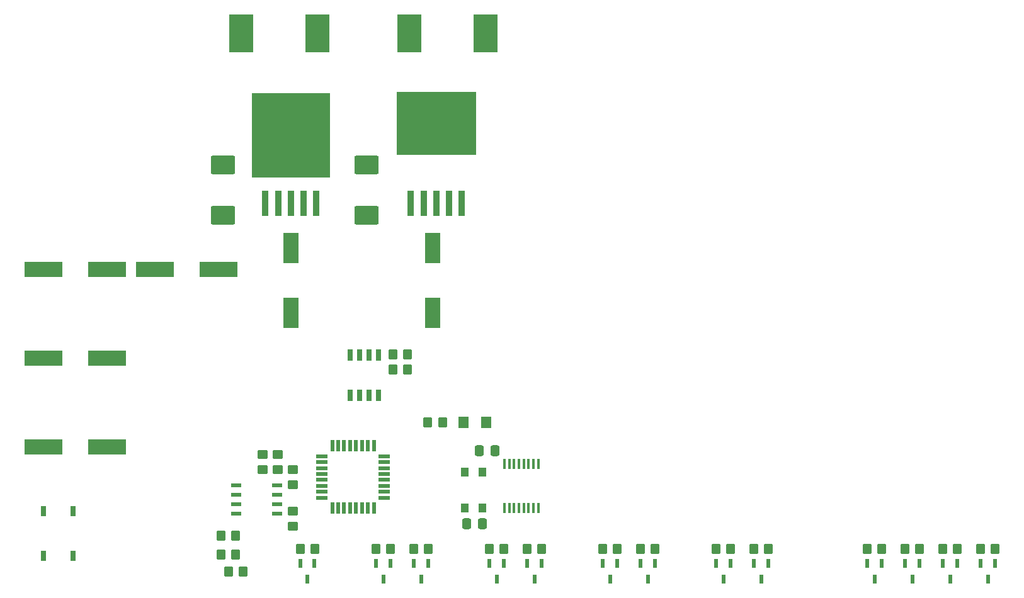
<source format=gtp>
%TF.GenerationSoftware,KiCad,Pcbnew,7.0.6*%
%TF.CreationDate,2025-01-03T16:41:25+10:30*%
%TF.ProjectId,Security Panel Mainboard,53656375-7269-4747-9920-50616e656c20,rev?*%
%TF.SameCoordinates,Original*%
%TF.FileFunction,Paste,Top*%
%TF.FilePolarity,Positive*%
%FSLAX46Y46*%
G04 Gerber Fmt 4.6, Leading zero omitted, Abs format (unit mm)*
G04 Created by KiCad (PCBNEW 7.0.6) date 2025-01-03 16:41:25*
%MOMM*%
%LPD*%
G01*
G04 APERTURE LIST*
G04 Aperture macros list*
%AMRoundRect*
0 Rectangle with rounded corners*
0 $1 Rounding radius*
0 $2 $3 $4 $5 $6 $7 $8 $9 X,Y pos of 4 corners*
0 Add a 4 corners polygon primitive as box body*
4,1,4,$2,$3,$4,$5,$6,$7,$8,$9,$2,$3,0*
0 Add four circle primitives for the rounded corners*
1,1,$1+$1,$2,$3*
1,1,$1+$1,$4,$5*
1,1,$1+$1,$6,$7*
1,1,$1+$1,$8,$9*
0 Add four rect primitives between the rounded corners*
20,1,$1+$1,$2,$3,$4,$5,0*
20,1,$1+$1,$4,$5,$6,$7,0*
20,1,$1+$1,$6,$7,$8,$9,0*
20,1,$1+$1,$8,$9,$2,$3,0*%
G04 Aperture macros list end*
%ADD10R,0.650000X1.525000*%
%ADD11RoundRect,0.250000X0.450000X-0.350000X0.450000X0.350000X-0.450000X0.350000X-0.450000X-0.350000X0*%
%ADD12R,0.600000X1.300000*%
%ADD13RoundRect,0.250000X-0.350000X-0.450000X0.350000X-0.450000X0.350000X0.450000X-0.350000X0.450000X0*%
%ADD14R,1.092200X1.193800*%
%ADD15RoundRect,0.250000X0.350000X0.450000X-0.350000X0.450000X-0.350000X-0.450000X0.350000X-0.450000X0*%
%ADD16RoundRect,0.250000X-0.450000X0.350000X-0.450000X-0.350000X0.450000X-0.350000X0.450000X0.350000X0*%
%ADD17R,5.100000X2.150000*%
%ADD18R,1.400000X1.500000*%
%ADD19R,1.454899X0.532600*%
%ADD20R,3.300000X5.050000*%
%ADD21R,0.550000X1.500000*%
%ADD22R,1.500000X0.550000*%
%ADD23RoundRect,0.250000X-1.400000X-1.000000X1.400000X-1.000000X1.400000X1.000000X-1.400000X1.000000X0*%
%ADD24R,2.000000X4.100000*%
%ADD25R,0.939000X3.493999*%
%ADD26R,10.464800X11.379200*%
%ADD27R,0.354800X1.402099*%
%ADD28R,0.964400X3.493999*%
%ADD29R,10.718800X8.458200*%
%ADD30RoundRect,0.250000X0.337500X0.475000X-0.337500X0.475000X-0.337500X-0.475000X0.337500X-0.475000X0*%
%ADD31R,0.761200X1.454899*%
G04 APERTURE END LIST*
D10*
%TO.C,IC1*%
X116713000Y-113874000D03*
X115443000Y-113874000D03*
X114173000Y-113874000D03*
X112903000Y-113874000D03*
X112903000Y-119298000D03*
X114173000Y-119298000D03*
X115443000Y-119298000D03*
X116713000Y-119298000D03*
%TD*%
D11*
%TO.C,R18*%
X103124000Y-129270000D03*
X103124000Y-127270000D03*
%TD*%
D12*
%TO.C,Q9*%
X164018000Y-141918000D03*
X162118000Y-141918000D03*
X163068000Y-144018000D03*
%TD*%
D13*
%TO.C,R5*%
X121428000Y-139954000D03*
X123428000Y-139954000D03*
%TD*%
D12*
%TO.C,Q7*%
X148778000Y-141918000D03*
X146878000Y-141918000D03*
X147828000Y-144018000D03*
%TD*%
D14*
%TO.C,Y1*%
X130663800Y-134454900D03*
X128263800Y-134454900D03*
X128263800Y-129654300D03*
X130663800Y-129654300D03*
%TD*%
D15*
%TO.C,R13*%
X189468000Y-139954000D03*
X187468000Y-139954000D03*
%TD*%
D12*
%TO.C,Q3*%
X118298000Y-141918000D03*
X116398000Y-141918000D03*
X117348000Y-144018000D03*
%TD*%
D13*
%TO.C,R8*%
X146828000Y-139954000D03*
X148828000Y-139954000D03*
%TD*%
D16*
%TO.C,R17*%
X105156000Y-134890000D03*
X105156000Y-136890000D03*
%TD*%
D17*
%TO.C,C3*%
X80246000Y-126238000D03*
X71646000Y-126238000D03*
%TD*%
D18*
%TO.C,LED1*%
X131143000Y-122936000D03*
X128143000Y-122936000D03*
%TD*%
D19*
%TO.C,U11*%
X103051348Y-135255000D03*
X103051348Y-133985000D03*
X103051348Y-132715000D03*
X103051348Y-131445000D03*
X97608652Y-131445000D03*
X97608652Y-132715000D03*
X97608652Y-133985000D03*
X97608652Y-135255000D03*
%TD*%
D20*
%TO.C,L1*%
X98278000Y-70612000D03*
X108478000Y-70612000D03*
%TD*%
D13*
%TO.C,R2*%
X106188000Y-139954000D03*
X108188000Y-139954000D03*
%TD*%
D12*
%TO.C,Q6*%
X138618000Y-141918000D03*
X136718000Y-141918000D03*
X137668000Y-144018000D03*
%TD*%
D21*
%TO.C,U1*%
X110484000Y-134502000D03*
X111284000Y-134502000D03*
X112084000Y-134502000D03*
X112884000Y-134502000D03*
X113684000Y-134502000D03*
X114484000Y-134502000D03*
X115284000Y-134502000D03*
X116084000Y-134502000D03*
D22*
X117484000Y-133102000D03*
X117484000Y-132302000D03*
X117484000Y-131502000D03*
X117484000Y-130702000D03*
X117484000Y-129902000D03*
X117484000Y-129102000D03*
X117484000Y-128302000D03*
X117484000Y-127502000D03*
D21*
X116084000Y-126102000D03*
X115284000Y-126102000D03*
X114484000Y-126102000D03*
X113684000Y-126102000D03*
X112884000Y-126102000D03*
X112084000Y-126102000D03*
X111284000Y-126102000D03*
X110484000Y-126102000D03*
D22*
X109084000Y-127502000D03*
X109084000Y-128302000D03*
X109084000Y-129102000D03*
X109084000Y-129902000D03*
X109084000Y-130702000D03*
X109084000Y-131502000D03*
X109084000Y-132302000D03*
X109084000Y-133102000D03*
%TD*%
D23*
%TO.C,D1*%
X95758000Y-88294000D03*
X95758000Y-95094000D03*
%TD*%
D13*
%TO.C,R7*%
X151908000Y-139954000D03*
X153908000Y-139954000D03*
%TD*%
D23*
%TO.C,D2*%
X115062000Y-88294000D03*
X115062000Y-95094000D03*
%TD*%
D15*
%TO.C,R23*%
X97520000Y-140716000D03*
X95520000Y-140716000D03*
%TD*%
D16*
%TO.C,R20*%
X105156000Y-129302000D03*
X105156000Y-131302000D03*
%TD*%
D13*
%TO.C,R10*%
X192548000Y-139954000D03*
X194548000Y-139954000D03*
%TD*%
%TO.C,R3*%
X116348000Y-139954000D03*
X118348000Y-139954000D03*
%TD*%
D24*
%TO.C,C8*%
X104902000Y-108236000D03*
X104902000Y-99536000D03*
%TD*%
D13*
%TO.C,R4*%
X131588000Y-139954000D03*
X133588000Y-139954000D03*
%TD*%
D12*
%TO.C,Q4*%
X123378000Y-141918000D03*
X121478000Y-141918000D03*
X122428000Y-144018000D03*
%TD*%
%TO.C,Q2*%
X108104000Y-141918000D03*
X106204000Y-141918000D03*
X107154000Y-144018000D03*
%TD*%
D13*
%TO.C,R9*%
X136668000Y-139954000D03*
X138668000Y-139954000D03*
%TD*%
%TO.C,R21*%
X96536000Y-143002000D03*
X98536000Y-143002000D03*
%TD*%
D16*
%TO.C,R19*%
X101092000Y-127270000D03*
X101092000Y-129270000D03*
%TD*%
D25*
%TO.C,U2*%
X101498400Y-93472000D03*
X103200200Y-93472000D03*
X104902000Y-93472000D03*
X106603800Y-93472000D03*
X108305600Y-93472000D03*
D26*
X104902000Y-84328000D03*
%TD*%
D15*
%TO.C,R15*%
X120634000Y-113792000D03*
X118634000Y-113792000D03*
%TD*%
%TO.C,R14*%
X184388000Y-139954000D03*
X182388000Y-139954000D03*
%TD*%
D20*
%TO.C,L2*%
X120884000Y-70612000D03*
X131084000Y-70612000D03*
%TD*%
D12*
%TO.C,Q10*%
X184338000Y-141918000D03*
X182438000Y-141918000D03*
X183388000Y-144018000D03*
%TD*%
D27*
%TO.C,U5*%
X133640401Y-134482848D03*
X134290399Y-134482848D03*
X134940401Y-134482848D03*
X135590399Y-134482848D03*
X136240398Y-134482848D03*
X136890399Y-134482848D03*
X137540398Y-134482848D03*
X138190399Y-134482848D03*
X138190399Y-128584952D03*
X137540401Y-128584952D03*
X136890399Y-128584952D03*
X136240401Y-128584952D03*
X135590402Y-128584952D03*
X134940401Y-128584952D03*
X134290402Y-128584952D03*
X133640401Y-128584952D03*
%TD*%
D12*
%TO.C,Q12*%
X194498000Y-141918000D03*
X192598000Y-141918000D03*
X193548000Y-144018000D03*
%TD*%
%TO.C,Q8*%
X153858000Y-141918000D03*
X151958000Y-141918000D03*
X152908000Y-144018000D03*
%TD*%
D28*
%TO.C,U3*%
X121056400Y-93500200D03*
X122758200Y-93500200D03*
X124460000Y-93500200D03*
X126161800Y-93500200D03*
X127863600Y-93500200D03*
D29*
X124460000Y-82717900D03*
%TD*%
D12*
%TO.C,Q13*%
X199578000Y-141918000D03*
X197678000Y-141918000D03*
X198628000Y-144018000D03*
%TD*%
D30*
%TO.C,C1*%
X130653700Y-136575800D03*
X128578700Y-136575800D03*
%TD*%
%TO.C,C2*%
X132355500Y-126746000D03*
X130280500Y-126746000D03*
%TD*%
D15*
%TO.C,R11*%
X199628000Y-139954000D03*
X197628000Y-139954000D03*
%TD*%
D13*
%TO.C,R12*%
X167148000Y-139954000D03*
X169148000Y-139954000D03*
%TD*%
D15*
%TO.C,R16*%
X120634000Y-115824000D03*
X118634000Y-115824000D03*
%TD*%
D31*
%TO.C,U4*%
X75660001Y-134895852D03*
X75660001Y-140948148D03*
X71659999Y-134895852D03*
X71659999Y-140948148D03*
%TD*%
D13*
%TO.C,R6*%
X162068000Y-139954000D03*
X164068000Y-139954000D03*
%TD*%
D17*
%TO.C,C4*%
X80246000Y-114300000D03*
X71646000Y-114300000D03*
%TD*%
D15*
%TO.C,R1*%
X125333000Y-122936000D03*
X123333000Y-122936000D03*
%TD*%
%TO.C,R22*%
X97520000Y-138176000D03*
X95520000Y-138176000D03*
%TD*%
D17*
%TO.C,C9*%
X80246000Y-102362000D03*
X71646000Y-102362000D03*
%TD*%
D24*
%TO.C,C7*%
X123952000Y-108236000D03*
X123952000Y-99536000D03*
%TD*%
D12*
%TO.C,Q1*%
X169098000Y-141918000D03*
X167198000Y-141918000D03*
X168148000Y-144018000D03*
%TD*%
D17*
%TO.C,C10*%
X86632000Y-102362000D03*
X95232000Y-102362000D03*
%TD*%
D12*
%TO.C,Q5*%
X133538000Y-141918000D03*
X131638000Y-141918000D03*
X132588000Y-144018000D03*
%TD*%
%TO.C,Q11*%
X189418000Y-141918000D03*
X187518000Y-141918000D03*
X188468000Y-144018000D03*
%TD*%
M02*

</source>
